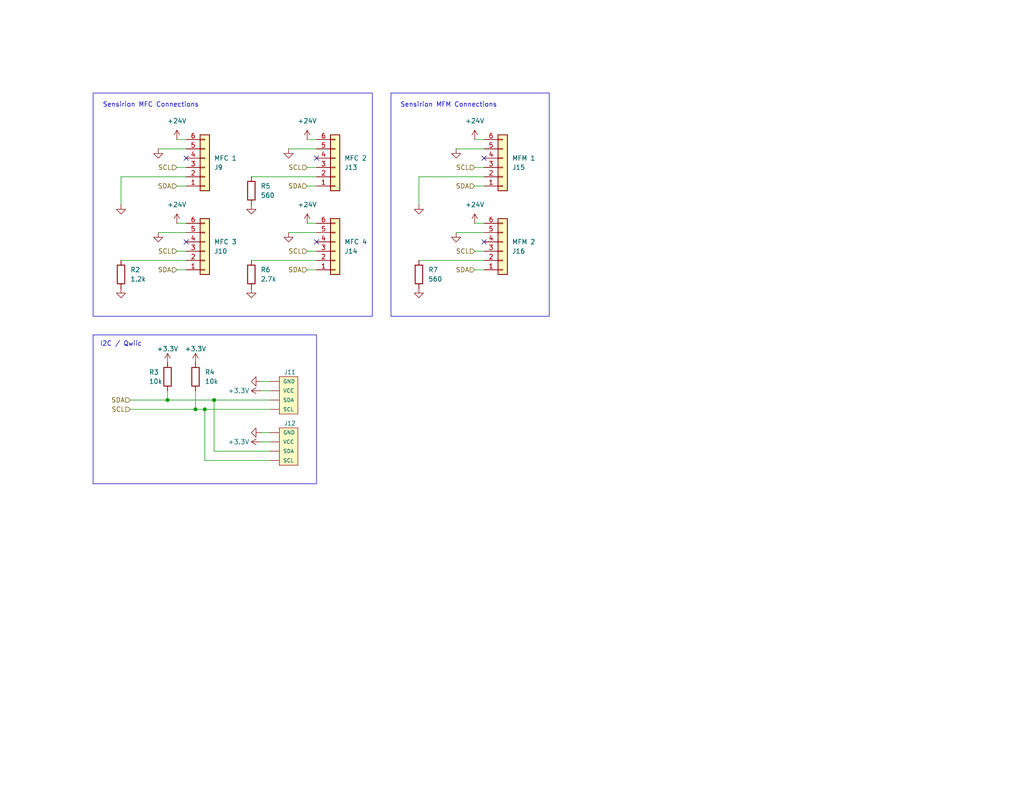
<source format=kicad_sch>
(kicad_sch (version 20250114) (generator "eeschema") (generator_version "9.0")
  (paper "USLetter")
  (title_block (title "Datta Lab Humidity Chamber Controller") (date "2026-01-07") (rev "1.0") (company "HMS Research Instrumentation Core"))
  (lib_symbols
    (symbol "Connector_Generic:Conn_01x06" (pin_names (offset 1.016) (hide yes))
      (property "Reference" "J" (at 0 7.62 0))
      (property "Value" "Conn_01x06" (at 0 -10.16 0))
      (symbol "Conn_01x06_1_1"
        (rectangle (start -1.27 6.35) (end 1.27 -8.89) (stroke (width 0.254)) (fill (type background)))
        (rectangle (start -1.27 5.207) (end 0 4.953) (stroke (width 0.1524)))
        (rectangle (start -1.27 2.667) (end 0 2.413) (stroke (width 0.1524)))
        (rectangle (start -1.27 0.127) (end 0 -0.127) (stroke (width 0.1524)))
        (rectangle (start -1.27 -2.413) (end 0 -2.667) (stroke (width 0.1524)))
        (rectangle (start -1.27 -4.953) (end 0 -5.207) (stroke (width 0.1524)))
        (rectangle (start -1.27 -7.493) (end 0 -7.747) (stroke (width 0.1524)))
        (pin passive line (at -5.08 5.08 0) (length 3.81) (name "Pin_1") (number "1"))
        (pin passive line (at -5.08 2.54 0) (length 3.81) (name "Pin_2") (number "2"))
        (pin passive line (at -5.08 0 0) (length 3.81) (name "Pin_3") (number "3"))
        (pin passive line (at -5.08 -2.54 0) (length 3.81) (name "Pin_4") (number "4"))
        (pin passive line (at -5.08 -5.08 0) (length 3.81) (name "Pin_5") (number "5"))
        (pin passive line (at -5.08 -7.62 0) (length 3.81) (name "Pin_6") (number "6"))
      )
    )
    (symbol "Device:R" (pin_numbers (hide yes)) (pin_names (offset 0))
      (property "Reference" "R" (at 2.032 0 90))
      (property "Value" "R" (at 0 0 90))
      (symbol "R_0_1"
        (rectangle (start -1.016 -2.54) (end 1.016 2.54) (stroke (width 0.254)))
      )
      (symbol "R_1_1"
        (pin passive line (at 0 3.81 270) (length 1.27) (name "~") (number "1"))
        (pin passive line (at 0 -3.81 90) (length 1.27) (name "~") (number "2"))
      )
    )
    (symbol "SparkFun-Connectors:I2C_STANDARDQWIIC" (pin_numbers (hide yes)) (pin_names (offset 1.016))
      (property "Reference" "J" (at -5.08 10.16 0))
      (property "Value" "I2C_STANDARDQWIIC" (at -5.08 -3.81 0))
      (property "Field4" "CONN-13729" (at 0 13.97 0))
      (symbol "I2C_STANDARDQWIIC_1_0"
        (rectangle (start 0 -1.27) (end -5.08 8.89) (fill (type background)))
      )
      (symbol "I2C_STANDARDQWIIC_1_1"
        (pin passive line (at 2.54 7.62 180) (length 2.54) (name "SCL") (number "4"))
        (pin passive line (at 2.54 5.08 180) (length 2.54) (name "SDA") (number "3"))
        (pin power_in line (at 2.54 2.54 180) (length 2.54) (name "VCC") (number "2"))
        (pin power_in line (at 2.54 0 180) (length 2.54) (name "GND") (number "1"))
      )
    )
    (symbol "power:+24V" (power) (pin_numbers (hide yes)) (pin_names (offset 0) (hide yes))
      (property "Value" "+24V" (at 0 3.556 0))
      (symbol "+24V_0_1"
        (polyline (pts (xy -0.762 1.27) (xy 0 2.54)))
        (polyline (pts (xy 0 2.54) (xy 0.762 1.27)))
        (polyline (pts (xy 0 0) (xy 0 2.54)))
      )
      (symbol "+24V_1_1"
        (pin power_in line (at 0 0 90) (length 0) (name "~") (number "1"))
      )
    )
    (symbol "power:+3.3V" (power) (pin_numbers (hide yes)) (pin_names (offset 0) (hide yes))
      (property "Value" "+3.3V" (at 0 3.556 0))
      (symbol "+3.3V_0_1"
        (polyline (pts (xy -0.762 1.27) (xy 0 2.54)))
        (polyline (pts (xy 0 2.54) (xy 0.762 1.27)))
        (polyline (pts (xy 0 0) (xy 0 2.54)))
      )
      (symbol "+3.3V_1_1"
        (pin power_in line (at 0 0 90) (length 0) (name "~") (number "1"))
      )
    )
    (symbol "power:GND" (power) (pin_numbers (hide yes)) (pin_names (offset 0) (hide yes))
      (property "Value" "GND" (at 0 -3.81 0))
      (symbol "GND_0_1"
        (polyline (pts (xy 0 0) (xy 0 -1.27) (xy 1.27 -1.27) (xy 0 -2.54) (xy -1.27 -1.27) (xy 0 -1.27)))
      )
      (symbol "GND_1_1"
        (pin power_in line (at 0 0 270) (length 0) (name "~") (number "1"))
      )
    )
  )
  (rectangle (start 25.4 25.4) (end 101.6 86.36))
  (rectangle (start 25.4 91.44) (end 86.36 132.08))
  (rectangle (start 106.68 25.4) (end 149.86 86.36))
  (text "Sensirion MFC Connections" (at 41.148 28.702 0) (effects (font (size 1.27 1.27))))
  (text "I2C / Qwiic" (at 33.02 93.98 0) (effects (font (size 1.27 1.27))))
  (text "Sensirion MFM Connections" (at 122.428 28.702 0) (effects (font (size 1.27 1.27))))
  (junction (at 58.42 109.22))
  (junction (at 53.34 111.76))
  (junction (at 55.88 111.76))
  (junction (at 45.72 109.22))
  (no_connect (at 50.8 66.04))
  (no_connect (at 132.08 43.18))
  (no_connect (at 86.36 66.04))
  (no_connect (at 132.08 66.04))
  (no_connect (at 86.36 43.18))
  (no_connect (at 50.8 43.18))
  (wire (pts (xy 43.18 40.64) (xy 50.8 40.64)))
  (wire (pts (xy 68.58 71.12) (xy 86.36 71.12)))
  (wire (pts (xy 129.54 73.66) (xy 132.08 73.66)))
  (wire (pts (xy 48.26 38.1) (xy 50.8 38.1)))
  (wire (pts (xy 129.54 45.72) (xy 132.08 45.72)))
  (wire (pts (xy 48.26 73.66) (xy 50.8 73.66)))
  (wire (pts (xy 58.42 109.22) (xy 73.66 109.22)))
  (wire (pts (xy 129.54 60.96) (xy 132.08 60.96)))
  (wire (pts (xy 55.88 125.73) (xy 55.88 111.76)))
  (wire (pts (xy 129.54 68.58) (xy 132.08 68.58)))
  (wire (pts (xy 48.26 45.72) (xy 50.8 45.72)))
  (wire (pts (xy 53.34 106.68) (xy 53.34 111.76)))
  (wire (pts (xy 83.82 73.66) (xy 86.36 73.66)))
  (wire (pts (xy 114.3 48.26) (xy 132.08 48.26)))
  (wire (pts (xy 83.82 38.1) (xy 86.36 38.1)))
  (wire (pts (xy 58.42 123.19) (xy 58.42 109.22)))
  (wire (pts (xy 53.34 111.76) (xy 55.88 111.76)))
  (wire (pts (xy 45.72 109.22) (xy 58.42 109.22)))
  (wire (pts (xy 35.56 111.76) (xy 53.34 111.76)))
  (wire (pts (xy 124.46 63.5) (xy 132.08 63.5)))
  (wire (pts (xy 43.18 63.5) (xy 50.8 63.5)))
  (wire (pts (xy 33.02 48.26) (xy 33.02 55.88)))
  (wire (pts (xy 48.26 68.58) (xy 50.8 68.58)))
  (wire (pts (xy 114.3 71.12) (xy 132.08 71.12)))
  (wire (pts (xy 78.74 63.5) (xy 86.36 63.5)))
  (wire (pts (xy 71.12 120.65) (xy 73.66 120.65)))
  (wire (pts (xy 71.12 118.11) (xy 73.66 118.11)))
  (wire (pts (xy 129.54 50.8) (xy 132.08 50.8)))
  (wire (pts (xy 124.46 40.64) (xy 132.08 40.64)))
  (wire (pts (xy 114.3 48.26) (xy 114.3 55.88)))
  (wire (pts (xy 83.82 45.72) (xy 86.36 45.72)))
  (wire (pts (xy 129.54 38.1) (xy 132.08 38.1)))
  (wire (pts (xy 83.82 68.58) (xy 86.36 68.58)))
  (wire (pts (xy 68.58 48.26) (xy 86.36 48.26)))
  (wire (pts (xy 48.26 60.96) (xy 50.8 60.96)))
  (wire (pts (xy 71.12 104.14) (xy 73.66 104.14)))
  (wire (pts (xy 45.72 106.68) (xy 45.72 109.22)))
  (wire (pts (xy 73.66 123.19) (xy 58.42 123.19)))
  (wire (pts (xy 73.66 125.73) (xy 55.88 125.73)))
  (wire (pts (xy 48.26 50.8) (xy 50.8 50.8)))
  (wire (pts (xy 33.02 71.12) (xy 50.8 71.12)))
  (wire (pts (xy 83.82 50.8) (xy 86.36 50.8)))
  (wire (pts (xy 83.82 60.96) (xy 86.36 60.96)))
  (wire (pts (xy 71.12 106.68) (xy 73.66 106.68)))
  (wire (pts (xy 55.88 111.76) (xy 73.66 111.76)))
  (wire (pts (xy 35.56 109.22) (xy 45.72 109.22)))
  (wire (pts (xy 33.02 48.26) (xy 50.8 48.26)))
  (wire (pts (xy 78.74 40.64) (xy 86.36 40.64)))
  (hierarchical_label "SCL" (shape input) (at 48.26 68.58 180))
  (hierarchical_label "SCL" (shape input) (at 129.54 45.72 180))
  (hierarchical_label "SDA" (shape input) (at 129.54 73.66 180))
  (hierarchical_label "SCL" (shape input) (at 83.82 68.58 180))
  (hierarchical_label "SCL" (shape input) (at 35.56 111.76 180))
  (hierarchical_label "SDA" (shape input) (at 83.82 73.66 180))
  (hierarchical_label "SDA" (shape input) (at 35.56 109.22 180))
  (hierarchical_label "SDA" (shape input) (at 48.26 73.66 180))
  (hierarchical_label "SDA" (shape input) (at 129.54 50.8 180))
  (hierarchical_label "SDA" (shape input) (at 48.26 50.8 180))
  (hierarchical_label "SCL" (shape input) (at 83.82 45.72 180))
  (hierarchical_label "SCL" (shape input) (at 48.26 45.72 180))
  (hierarchical_label "SDA" (shape input) (at 83.82 50.8 180))
  (hierarchical_label "SCL" (shape input) (at 129.54 68.58 180))
  (symbol (lib_id "power:GND") (at 78.74 63.5 0) (unit 1)
    (property "Reference" "#PWR035" (effects (hide yes)))
    (property "Value" "GND" (effects (hide yes)))
    (property "Description" "Power symbol creates a global label with name \"GND\" , ground" (effects (hide yes)))
    (instances (project "Datta Lab Humidity Chamber PCB" (path "" (reference "#PWR035") (unit 1)) (path "" (reference "#PWR059") (unit 1))))
  )
  (symbol (lib_id "power:GND") (at 78.74 40.64 0) (unit 1)
    (property "Reference" "#PWR034" (effects (hide yes)))
    (property "Value" "GND" (effects (hide yes)))
    (property "Description" "Power symbol creates a global label with name \"GND\" , ground" (effects (hide yes)))
    (instances (project "Datta Lab Humidity Chamber PCB" (path "" (reference "#PWR034") (unit 1)) (path "" (reference "#PWR058") (unit 1))))
  )
  (symbol (lib_id "power:+3.3V") (at 71.12 106.68 90) (unit 1)
    (property "Reference" "#PWR031" (effects (hide yes)))
    (property "Value" "+3.3V" (at 68.072 106.68 90) (effects (justify left)))
    (property "Description" "Power symbol creates a global label with name \"+3.3V\"" (effects (hide yes)))
    (instances (project "Datta Lab Humidity Chamber PCB" (path "" (reference "#PWR031") (unit 1)) (path "" (reference "#PWR055") (unit 1))))
  )
  (symbol (lib_id "power:+24V") (at 83.82 38.1 0) (unit 1)
    (property "Reference" "#PWR036" (effects (hide yes)))
    (property "Value" "+24V" (at 83.82 33.02 0))
    (property "Description" "Power symbol creates a global label with name \"+24V\"" (effects (hide yes)))
    (instances (project "Datta Lab Humidity Chamber PCB" (path "" (reference "#PWR036") (unit 1)) (path "" (reference "#PWR060") (unit 1))))
  )
  (symbol (lib_id "power:GND") (at 124.46 40.64 0) (unit 1)
    (property "Reference" "#PWR040" (effects (hide yes)))
    (property "Value" "GND" (effects (hide yes)))
    (property "Description" "Power symbol creates a global label with name \"GND\" , ground" (effects (hide yes)))
    (instances (project "Datta Lab Humidity Chamber PCB" (path "" (reference "#PWR040") (unit 1)) (path "" (reference "#PWR064") (unit 1))))
  )
  (symbol (lib_id "Device:R") (at 45.72 102.87 0) (unit 1)
    (property "Reference" "R3" (at 40.64 101.6 0) (effects (justify left)))
    (property "Value" "10k" (at 40.64 104.14 0) (effects (justify left)))
    (property "Footprint" "Resistor_THT:R_Axial_DIN0207_L6.3mm_D2.5mm_P10.16mm_Horizontal" (effects (hide yes)))
    (property "Description" "Resistor" (effects (hide yes)))
    (instances (project "Datta Lab Humidity Chamber PCB" (path "" (reference "R3") (unit 1)) (path "" (reference "R9") (unit 1))))
  )
  (symbol (lib_id "power:GND") (at 33.02 78.74 0) (unit 1)
    (property "Reference" "#PWR021" (effects (hide yes)))
    (property "Value" "GND" (effects (hide yes)))
    (property "Description" "Power symbol creates a global label with name \"GND\" , ground" (effects (hide yes)))
    (instances (project "Datta Lab Humidity Chamber PCB" (path "" (reference "#PWR021") (unit 1)) (path "" (reference "#PWR045") (unit 1))))
  )
  (symbol (lib_id "power:GND") (at 124.46 63.5 0) (unit 1)
    (property "Reference" "#PWR041" (effects (hide yes)))
    (property "Value" "GND" (effects (hide yes)))
    (property "Description" "Power symbol creates a global label with name \"GND\" , ground" (effects (hide yes)))
    (instances (project "Datta Lab Humidity Chamber PCB" (path "" (reference "#PWR041") (unit 1)) (path "" (reference "#PWR065") (unit 1))))
  )
  (symbol (lib_id "Device:R") (at 68.58 52.07 0) (unit 1)
    (property "Reference" "R5" (at 71.12 50.7999 0) (effects (justify left)))
    (property "Value" "560" (at 71.12 53.3399 0) (effects (justify left)))
    (property "Footprint" "Resistor_THT:R_Axial_DIN0207_L6.3mm_D2.5mm_P10.16mm_Horizontal" (effects (hide yes)))
    (property "Description" "Resistor" (effects (hide yes)))
    (instances (project "Datta Lab Humidity Chamber PCB" (path "" (reference "R5") (unit 1)) (path "" (reference "R11") (unit 1))))
  )
  (symbol (lib_id "power:GND") (at 68.58 78.74 0) (unit 1)
    (property "Reference" "#PWR029" (effects (hide yes)))
    (property "Value" "GND" (effects (hide yes)))
    (property "Description" "Power symbol creates a global label with name \"GND\" , ground" (effects (hide yes)))
    (instances (project "Datta Lab Humidity Chamber PCB" (path "" (reference "#PWR029") (unit 1)) (path "" (reference "#PWR053") (unit 1))))
  )
  (symbol (lib_id "Connector_Generic:Conn_01x06") (at 137.16 68.58 0) (mirror x) (unit 1)
    (property "Reference" "J16" (at 139.7 68.5801 0) (effects (justify left)))
    (property "Value" "MFM 2" (at 139.7 66.0401 0) (effects (justify left)))
    (property "Footprint" "Connector_Sensirion:CONN_50556806xx_MOL" (effects (hide yes)))
    (property "Description" "Generic connector, single row, 01x06, script generated (kicad-library-utils/schlib/autogen/connector/)" (effects (hide yes)))
    (instances (project "Datta Lab Humidity Chamber PCB" (path "" (reference "J16") (unit 1)) (path "" (reference "J24") (unit 1))))
  )
  (symbol (lib_id "power:+3.3V") (at 45.72 99.06 0) (unit 1)
    (property "Reference" "#PWR024" (effects (hide yes)))
    (property "Value" "+3.3V" (at 45.72 95.25 0))
    (property "Description" "Power symbol creates a global label with name \"+3.3V\"" (effects (hide yes)))
    (instances (project "Datta Lab Humidity Chamber PCB" (path "" (reference "#PWR024") (unit 1)) (path "" (reference "#PWR048") (unit 1))))
  )
  (symbol (lib_id "power:+3.3V") (at 53.34 99.06 0) (unit 1)
    (property "Reference" "#PWR027" (effects (hide yes)))
    (property "Value" "+3.3V" (at 53.34 95.25 0))
    (property "Description" "Power symbol creates a global label with name \"+3.3V\"" (effects (hide yes)))
    (instances (project "Datta Lab Humidity Chamber PCB" (path "" (reference "#PWR027") (unit 1)) (path "" (reference "#PWR051") (unit 1))))
  )
  (symbol (lib_id "power:+24V") (at 48.26 38.1 0) (unit 1)
    (property "Reference" "#PWR025" (effects (hide yes)))
    (property "Value" "+24V" (at 48.26 33.02 0))
    (property "Description" "Power symbol creates a global label with name \"+24V\"" (effects (hide yes)))
    (instances (project "Datta Lab Humidity Chamber PCB" (path "" (reference "#PWR025") (unit 1)) (path "" (reference "#PWR049") (unit 1))))
  )
  (symbol (lib_id "power:GND") (at 114.3 55.88 0) (unit 1)
    (property "Reference" "#PWR038" (effects (hide yes)))
    (property "Value" "GND" (effects (hide yes)))
    (property "Description" "Power symbol creates a global label with name \"GND\" , ground" (effects (hide yes)))
    (instances (project "Datta Lab Humidity Chamber PCB" (path "" (reference "#PWR038") (unit 1)) (path "" (reference "#PWR062") (unit 1))))
  )
  (symbol (lib_id "power:+24V") (at 48.26 60.96 0) (unit 1)
    (property "Reference" "#PWR026" (effects (hide yes)))
    (property "Value" "+24V" (at 48.26 55.88 0))
    (property "Description" "Power symbol creates a global label with name \"+24V\"" (effects (hide yes)))
    (instances (project "Datta Lab Humidity Chamber PCB" (path "" (reference "#PWR026") (unit 1)) (path "" (reference "#PWR050") (unit 1))))
  )
  (symbol (lib_id "Device:R") (at 33.02 74.93 0) (unit 1)
    (property "Reference" "R2" (at 35.56 73.6599 0) (effects (justify left)))
    (property "Value" "1.2k" (at 35.56 76.1999 0) (effects (justify left)))
    (property "Footprint" "Resistor_THT:R_Axial_DIN0207_L6.3mm_D2.5mm_P10.16mm_Horizontal" (effects (hide yes)))
    (property "Description" "Resistor" (effects (hide yes)))
    (instances (project "Datta Lab Humidity Chamber PCB" (path "" (reference "R2") (unit 1)) (path "" (reference "R8") (unit 1))))
  )
  (symbol (lib_id "power:+24V") (at 129.54 60.96 0) (unit 1)
    (property "Reference" "#PWR043" (effects (hide yes)))
    (property "Value" "+24V" (at 129.54 55.88 0))
    (property "Description" "Power symbol creates a global label with name \"+24V\"" (effects (hide yes)))
    (instances (project "Datta Lab Humidity Chamber PCB" (path "" (reference "#PWR043") (unit 1)) (path "" (reference "#PWR067") (unit 1))))
  )
  (symbol (lib_id "power:+3.3V") (at 71.12 120.65 90) (unit 1)
    (property "Reference" "#PWR033" (effects (hide yes)))
    (property "Value" "+3.3V" (at 68.072 120.65 90) (effects (justify left)))
    (property "Description" "Power symbol creates a global label with name \"+3.3V\"" (effects (hide yes)))
    (instances (project "Datta Lab Humidity Chamber PCB" (path "" (reference "#PWR033") (unit 1)) (path "" (reference "#PWR057") (unit 1))))
  )
  (symbol (lib_id "power:+24V") (at 83.82 60.96 0) (unit 1)
    (property "Reference" "#PWR037" (effects (hide yes)))
    (property "Value" "+24V" (at 83.82 55.88 0))
    (property "Description" "Power symbol creates a global label with name \"+24V\"" (effects (hide yes)))
    (instances (project "Datta Lab Humidity Chamber PCB" (path "" (reference "#PWR037") (unit 1)) (path "" (reference "#PWR061") (unit 1))))
  )
  (symbol (lib_id "power:+24V") (at 129.54 38.1 0) (unit 1)
    (property "Reference" "#PWR042" (effects (hide yes)))
    (property "Value" "+24V" (at 129.54 33.02 0))
    (property "Description" "Power symbol creates a global label with name \"+24V\"" (effects (hide yes)))
    (instances (project "Datta Lab Humidity Chamber PCB" (path "" (reference "#PWR042") (unit 1)) (path "" (reference "#PWR066") (unit 1))))
  )
  (symbol (lib_id "Connector_Generic:Conn_01x06") (at 55.88 45.72 0) (mirror x) (unit 1)
    (property "Reference" "J9" (at 58.42 45.7201 0) (effects (justify left)))
    (property "Value" "MFC 1" (at 58.42 43.1801 0) (effects (justify left)))
    (property "Footprint" "Connector_Sensirion:CONN_50556806xx_MOL" (effects (hide yes)))
    (property "Datasheet" "WM26835CT-ND ??" (effects (hide yes)))
    (property "Description" "Generic connector, single row, 01x06, script generated (kicad-library-utils/schlib/autogen/connector/)" (effects (hide yes)))
    (instances (project "Datta Lab Humidity Chamber PCB" (path "" (reference "J9") (unit 1)) (path "" (reference "J17") (unit 1))))
  )
  (symbol (lib_id "Connector_Generic:Conn_01x06") (at 55.88 68.58 0) (mirror x) (unit 1)
    (property "Reference" "J10" (at 58.42 68.5801 0) (effects (justify left)))
    (property "Value" "MFC 3" (at 58.42 66.0401 0) (effects (justify left)))
    (property "Footprint" "Connector_Sensirion:CONN_50556806xx_MOL" (effects (hide yes)))
    (property "Description" "Generic connector, single row, 01x06, script generated (kicad-library-utils/schlib/autogen/connector/)" (effects (hide yes)))
    (instances (project "Datta Lab Humidity Chamber PCB" (path "" (reference "J10") (unit 1)) (path "" (reference "J18") (unit 1))))
  )
  (symbol (lib_id "SparkFun-Connectors:I2C_STANDARDQWIIC") (at 76.2 118.11 180) (unit 1)
    (property "Reference" "J12" (at 77.47 115.57 0) (effects (font (size 1.143 1.143)) (justify right)))
    (property "Value" "I2C_STANDARDQWIIC" (effects (hide yes)))
    (property "Footprint" "SparkFun-Connectors:1X04_1MM_RA" (effects (hide yes)))
    (property "Description" "SparkFun I<sup>2</sup>C Standard Pinout Header SparkFun has standardized on a pinout for all I<sup>2</sup>C based sensor breakouts.<br><br>This pinout allows I<sup>2</sup>C boards to be plugged directly into the headers on Arduino Uno compatible boards, andto be daisy chained easily. <b>Example SparkFun Products:</b><ul><li><a href=\"https://www.sparkfun.com/products/13676\">SparkFun Atmospheric Sensor Breakout - BME280</a></li><li><a href= https://www.sparkfun.com/products/11084 >SparkFun Altitude/Pressure Sensor Breakout - MPL3115A2</a></li><li><a href= https://www.sparkfun.com/products/12785 >SparkFun TOF Range Finder Sensor - VL6180</a></li></ul>" (effects (hide yes)))
    (property "Field4" "CONN-13729" (effects (hide yes)))
    (instances (project "Datta Lab Humidity Chamber PCB" (path "" (reference "J12") (unit 1)) (path "" (reference "J20") (unit 1))))
  )
  (symbol (lib_id "SparkFun-Connectors:I2C_STANDARDQWIIC") (at 76.2 104.14 180) (unit 1)
    (property "Reference" "J11" (at 77.47 101.6 0) (effects (font (size 1.143 1.143)) (justify right)))
    (property "Value" "I2C_STANDARDQWIIC" (effects (hide yes)))
    (property "Footprint" "SparkFun-Connectors:1X04_1MM_RA" (effects (hide yes)))
    (property "Description" "SparkFun I<sup>2</sup>C Standard Pinout Header SparkFun has standardized on a pinout for all I<sup>2</sup>C based sensor breakouts.<br><br>This pinout allows I<sup>2</sup>C boards to be plugged directly into the headers on Arduino Uno compatible boards, andto be daisy chained easily. <b>Example SparkFun Products:</b><ul><li><a href=\"https://www.sparkfun.com/products/13676\">SparkFun Atmospheric Sensor Breakout - BME280</a></li><li><a href= https://www.sparkfun.com/products/11084 >SparkFun Altitude/Pressure Sensor Breakout - MPL3115A2</a></li><li><a href= https://www.sparkfun.com/products/12785 >SparkFun TOF Range Finder Sensor - VL6180</a></li></ul>" (effects (hide yes)))
    (property "Field4" "CONN-13729" (effects (hide yes)))
    (instances (project "Datta Lab Humidity Chamber PCB" (path "" (reference "J11") (unit 1)) (path "" (reference "J19") (unit 1))))
  )
  (symbol (lib_id "Connector_Generic:Conn_01x06") (at 137.16 45.72 0) (mirror x) (unit 1)
    (property "Reference" "J15" (at 139.7 45.7201 0) (effects (justify left)))
    (property "Value" "MFM 1" (at 139.7 43.1801 0) (effects (justify left)))
    (property "Footprint" "Connector_Sensirion:CONN_50556806xx_MOL" (effects (hide yes)))
    (property "Datasheet" "WM26835CT-ND ??" (effects (hide yes)))
    (property "Description" "Generic connector, single row, 01x06, script generated (kicad-library-utils/schlib/autogen/connector/)" (effects (hide yes)))
    (instances (project "Datta Lab Humidity Chamber PCB" (path "" (reference "J15") (unit 1)) (path "" (reference "J23") (unit 1))))
  )
  (symbol (lib_id "Connector_Generic:Conn_01x06") (at 91.44 45.72 0) (mirror x) (unit 1)
    (property "Reference" "J13" (at 95.758 45.72 0))
    (property "Value" "MFC 2" (at 97.028 43.18 0))
    (property "Footprint" "Connector_Sensirion:CONN_50556806xx_MOL" (effects (hide yes)))
    (property "Description" "Generic connector, single row, 01x06, script generated (kicad-library-utils/schlib/autogen/connector/)" (effects (hide yes)))
    (instances (project "Datta Lab Humidity Chamber PCB" (path "" (reference "J13") (unit 1)) (path "" (reference "J21") (unit 1))))
  )
  (symbol (lib_id "power:GND") (at 71.12 118.11 270) (unit 1)
    (property "Reference" "#PWR032" (effects (hide yes)))
    (property "Value" "GND" (effects (hide yes)))
    (property "Description" "Power symbol creates a global label with name \"GND\" , ground" (effects (hide yes)))
    (instances (project "Datta Lab Humidity Chamber PCB" (path "" (reference "#PWR032") (unit 1)) (path "" (reference "#PWR056") (unit 1))))
  )
  (symbol (lib_id "Device:R") (at 114.3 74.93 0) (unit 1)
    (property "Reference" "R7" (at 116.84 73.6599 0) (effects (justify left)))
    (property "Value" "560" (at 116.84 76.1999 0) (effects (justify left)))
    (property "Footprint" "Resistor_THT:R_Axial_DIN0207_L6.3mm_D2.5mm_P10.16mm_Horizontal" (effects (hide yes)))
    (property "Description" "Resistor" (effects (hide yes)))
    (instances (project "Datta Lab Humidity Chamber PCB" (path "" (reference "R7") (unit 1)) (path "" (reference "R13") (unit 1))))
  )
  (symbol (lib_id "power:GND") (at 114.3 78.74 0) (unit 1)
    (property "Reference" "#PWR039" (effects (hide yes)))
    (property "Value" "GND" (effects (hide yes)))
    (property "Description" "Power symbol creates a global label with name \"GND\" , ground" (effects (hide yes)))
    (instances (project "Datta Lab Humidity Chamber PCB" (path "" (reference "#PWR039") (unit 1)) (path "" (reference "#PWR063") (unit 1))))
  )
  (symbol (lib_id "Connector_Generic:Conn_01x06") (at 91.44 68.58 0) (mirror x) (unit 1)
    (property "Reference" "J14" (at 93.98 68.5801 0) (effects (justify left)))
    (property "Value" "MFC 4" (at 93.98 66.0401 0) (effects (justify left)))
    (property "Footprint" "Connector_Sensirion:CONN_50556806xx_MOL" (effects (hide yes)))
    (property "Description" "Generic connector, single row, 01x06, script generated (kicad-library-utils/schlib/autogen/connector/)" (effects (hide yes)))
    (instances (project "Datta Lab Humidity Chamber PCB" (path "" (reference "J14") (unit 1)) (path "" (reference "J22") (unit 1))))
  )
  (symbol (lib_id "power:GND") (at 33.02 55.88 0) (unit 1)
    (property "Reference" "#PWR020" (effects (hide yes)))
    (property "Value" "GND" (effects (hide yes)))
    (property "Description" "Power symbol creates a global label with name \"GND\" , ground" (effects (hide yes)))
    (instances (project "Datta Lab Humidity Chamber PCB" (path "" (reference "#PWR020") (unit 1)) (path "" (reference "#PWR044") (unit 1))))
  )
  (symbol (lib_id "Device:R") (at 68.58 74.93 0) (unit 1)
    (property "Reference" "R6" (at 71.12 73.6599 0) (effects (justify left)))
    (property "Value" "2.7k" (at 71.12 76.1999 0) (effects (justify left)))
    (property "Footprint" "Resistor_THT:R_Axial_DIN0207_L6.3mm_D2.5mm_P10.16mm_Horizontal" (effects (hide yes)))
    (property "Description" "Resistor" (effects (hide yes)))
    (instances (project "Datta Lab Humidity Chamber PCB" (path "" (reference "R6") (unit 1)) (path "" (reference "R12") (unit 1))))
  )
  (symbol (lib_id "power:GND") (at 71.12 104.14 270) (unit 1)
    (property "Reference" "#PWR030" (effects (hide yes)))
    (property "Value" "GND" (effects (hide yes)))
    (property "Description" "Power symbol creates a global label with name \"GND\" , ground" (effects (hide yes)))
    (instances (project "Datta Lab Humidity Chamber PCB" (path "" (reference "#PWR030") (unit 1)) (path "" (reference "#PWR054") (unit 1))))
  )
  (symbol (lib_id "power:GND") (at 43.18 40.64 0) (unit 1)
    (property "Reference" "#PWR022" (effects (hide yes)))
    (property "Value" "GND" (effects (hide yes)))
    (property "Description" "Power symbol creates a global label with name \"GND\" , ground" (effects (hide yes)))
    (instances (project "Datta Lab Humidity Chamber PCB" (path "" (reference "#PWR022") (unit 1)) (path "" (reference "#PWR046") (unit 1))))
  )
  (symbol (lib_id "power:GND") (at 43.18 63.5 0) (unit 1)
    (property "Reference" "#PWR023" (effects (hide yes)))
    (property "Value" "GND" (effects (hide yes)))
    (property "Description" "Power symbol creates a global label with name \"GND\" , ground" (effects (hide yes)))
    (instances (project "Datta Lab Humidity Chamber PCB" (path "" (reference "#PWR023") (unit 1)) (path "" (reference "#PWR047") (unit 1))))
  )
  (symbol (lib_id "power:GND") (at 68.58 55.88 0) (unit 1)
    (property "Reference" "#PWR028" (effects (hide yes)))
    (property "Value" "GND" (effects (hide yes)))
    (property "Description" "Power symbol creates a global label with name \"GND\" , ground" (effects (hide yes)))
    (instances (project "Datta Lab Humidity Chamber PCB" (path "" (reference "#PWR028") (unit 1)) (path "" (reference "#PWR052") (unit 1))))
  )
  (symbol (lib_id "Device:R") (at 53.34 102.87 0) (unit 1)
    (property "Reference" "R4" (at 55.88 101.6 0) (effects (justify left)))
    (property "Value" "10k" (at 55.88 104.14 0) (effects (justify left)))
    (property "Footprint" "Resistor_THT:R_Axial_DIN0207_L6.3mm_D2.5mm_P10.16mm_Horizontal" (effects (hide yes)))
    (property "Description" "Resistor" (effects (hide yes)))
    (instances (project "Datta Lab Humidity Chamber PCB" (path "" (reference "R4") (unit 1)) (path "" (reference "R10") (unit 1))))
  )
)
</source>
